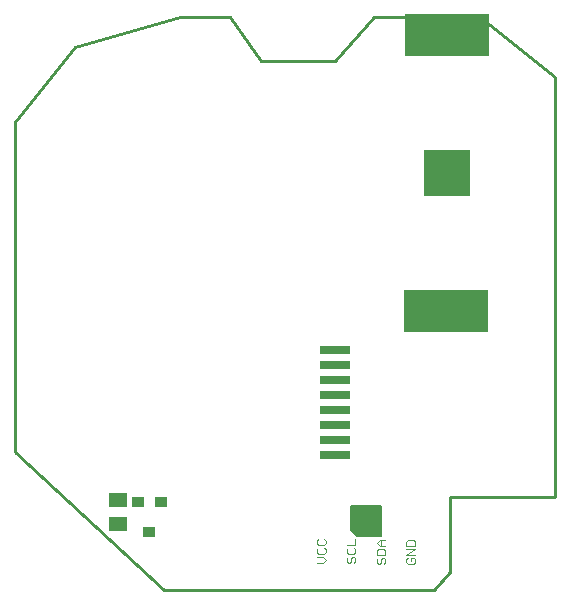
<source format=gtp>
G75*
%MOIN*%
%OFA0B0*%
%FSLAX25Y25*%
%IPPOS*%
%LPD*%
%AMOC8*
5,1,8,0,0,1.08239X$1,22.5*
%
%ADD10C,0.01000*%
%ADD11C,0.00300*%
%ADD12C,0.00500*%
%ADD13R,0.03937X0.03543*%
%ADD14R,0.10000X0.03000*%
%ADD15R,0.15748X0.15748*%
%ADD16R,0.28000X0.14000*%
%ADD17R,0.05906X0.05118*%
D10*
X0001500Y0051000D02*
X0001500Y0161000D01*
X0021500Y0186000D01*
X0056500Y0196000D01*
X0073000Y0196000D01*
X0083606Y0181425D01*
X0108106Y0181425D01*
X0121000Y0196000D01*
X0156500Y0196000D01*
X0181500Y0176000D01*
X0181500Y0036000D01*
X0146500Y0036000D01*
X0146500Y0011000D01*
X0141000Y0005000D01*
X0051000Y0005000D01*
X0001500Y0051000D01*
D11*
X0102129Y0021494D02*
X0102129Y0020527D01*
X0102612Y0020043D01*
X0104547Y0020043D01*
X0105031Y0020527D01*
X0105031Y0021494D01*
X0104547Y0021978D01*
X0102612Y0021978D02*
X0102129Y0021494D01*
X0102612Y0019031D02*
X0102129Y0018548D01*
X0102129Y0017580D01*
X0102612Y0017097D01*
X0104547Y0017097D01*
X0105031Y0017580D01*
X0105031Y0018548D01*
X0104547Y0019031D01*
X0104064Y0016085D02*
X0102129Y0016085D01*
X0104064Y0016085D02*
X0105031Y0015117D01*
X0104064Y0014150D01*
X0102129Y0014150D01*
X0112054Y0014634D02*
X0112538Y0014150D01*
X0113021Y0014150D01*
X0113505Y0014634D01*
X0113505Y0015601D01*
X0113989Y0016085D01*
X0114473Y0016085D01*
X0114956Y0015601D01*
X0114956Y0014634D01*
X0114473Y0014150D01*
X0112054Y0014634D02*
X0112054Y0015601D01*
X0112538Y0016085D01*
X0112538Y0017097D02*
X0114473Y0017097D01*
X0114956Y0017580D01*
X0114956Y0018548D01*
X0114473Y0019031D01*
X0114956Y0020043D02*
X0112054Y0020043D01*
X0112538Y0019031D02*
X0112054Y0018548D01*
X0112054Y0017580D01*
X0112538Y0017097D01*
X0114956Y0020043D02*
X0114956Y0021978D01*
X0122054Y0020617D02*
X0123021Y0021584D01*
X0124956Y0021584D01*
X0123505Y0021584D02*
X0123505Y0019649D01*
X0123021Y0019649D02*
X0122054Y0020617D01*
X0123021Y0019649D02*
X0124956Y0019649D01*
X0124473Y0018638D02*
X0124956Y0018154D01*
X0124956Y0016703D01*
X0122054Y0016703D01*
X0122054Y0018154D01*
X0122538Y0018638D01*
X0124473Y0018638D01*
X0124473Y0015691D02*
X0124956Y0015208D01*
X0124956Y0014240D01*
X0124473Y0013756D01*
X0123505Y0014240D02*
X0123021Y0013756D01*
X0122538Y0013756D01*
X0122054Y0014240D01*
X0122054Y0015208D01*
X0122538Y0015691D01*
X0123505Y0015208D02*
X0123989Y0015691D01*
X0124473Y0015691D01*
X0123505Y0015208D02*
X0123505Y0014240D01*
X0131948Y0014240D02*
X0132431Y0013756D01*
X0134366Y0013756D01*
X0134850Y0014240D01*
X0134850Y0015208D01*
X0134366Y0015691D01*
X0133399Y0015691D01*
X0133399Y0014724D01*
X0132431Y0015691D02*
X0131948Y0015208D01*
X0131948Y0014240D01*
X0131948Y0016703D02*
X0134850Y0018638D01*
X0131948Y0018638D01*
X0131948Y0019649D02*
X0131948Y0021101D01*
X0132431Y0021584D01*
X0134366Y0021584D01*
X0134850Y0021101D01*
X0134850Y0019649D01*
X0131948Y0019649D01*
X0131948Y0016703D02*
X0134850Y0016703D01*
D12*
X0123500Y0023000D02*
X0115500Y0023000D01*
X0113500Y0025000D01*
X0113500Y0033000D01*
X0123500Y0033000D01*
X0123500Y0023000D01*
X0123500Y0023443D02*
X0115057Y0023443D01*
X0114558Y0023942D02*
X0123500Y0023942D01*
X0123500Y0024440D02*
X0114060Y0024440D01*
X0113561Y0024939D02*
X0123500Y0024939D01*
X0123500Y0025437D02*
X0113500Y0025437D01*
X0113500Y0025936D02*
X0123500Y0025936D01*
X0123500Y0026434D02*
X0113500Y0026434D01*
X0113500Y0026933D02*
X0123500Y0026933D01*
X0123500Y0027432D02*
X0113500Y0027432D01*
X0113500Y0027930D02*
X0123500Y0027930D01*
X0123500Y0028429D02*
X0113500Y0028429D01*
X0113500Y0028927D02*
X0123500Y0028927D01*
X0123500Y0029426D02*
X0113500Y0029426D01*
X0113500Y0029924D02*
X0123500Y0029924D01*
X0123500Y0030423D02*
X0113500Y0030423D01*
X0113500Y0030921D02*
X0123500Y0030921D01*
X0123500Y0031420D02*
X0113500Y0031420D01*
X0113500Y0031918D02*
X0123500Y0031918D01*
X0123500Y0032417D02*
X0113500Y0032417D01*
X0113500Y0032915D02*
X0123500Y0032915D01*
D13*
X0050201Y0034425D03*
X0042327Y0034425D03*
X0046264Y0024189D03*
D14*
X0108000Y0050000D03*
X0108000Y0055000D03*
X0108000Y0060000D03*
X0108000Y0065000D03*
X0108000Y0070000D03*
X0108000Y0075000D03*
X0108000Y0080000D03*
X0108000Y0085000D03*
D15*
X0145500Y0144000D03*
D16*
X0145500Y0190000D03*
X0145000Y0098000D03*
D17*
X0035933Y0027047D03*
X0035933Y0034921D03*
M02*

</source>
